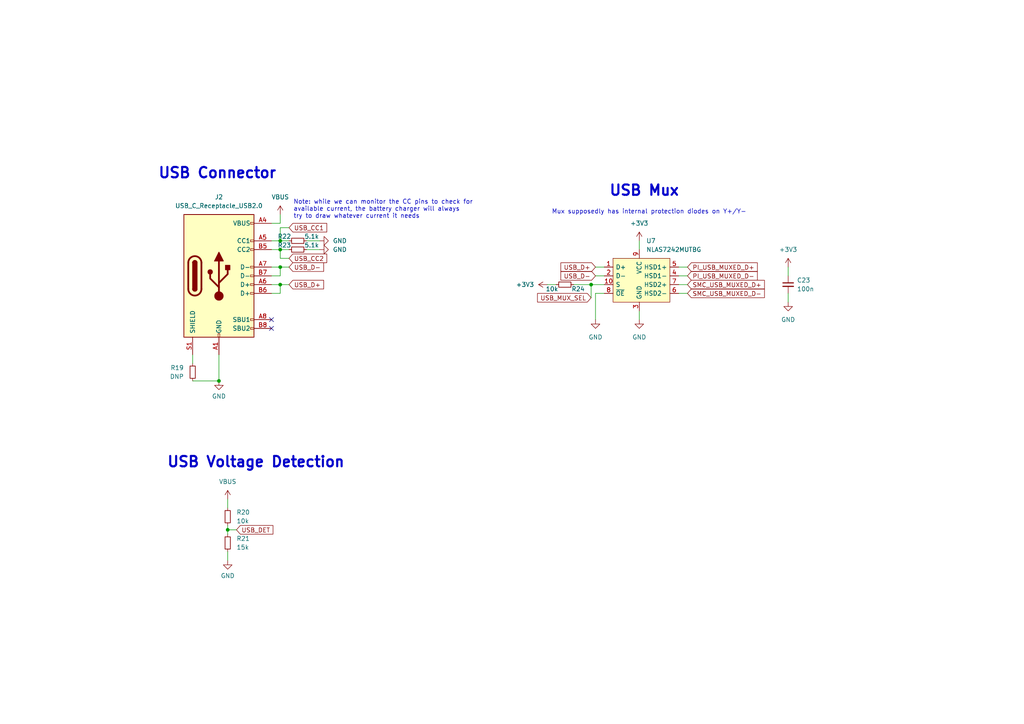
<source format=kicad_sch>
(kicad_sch (version 20211123) (generator eeschema)
  (paper "A4")
  (lib_symbols
    (symbol "Connector:USB_C_Receptacle_USB2.0" (pin_names (offset 1.016))
      (property "Reference" "J7" (at 0 22.86 0))
      (property "Value" "USB_C_Receptacle_USB2.0" (at 0 20.32 0))
      (symbol "USB_C_Receptacle_USB2.0_0_0"
        (rectangle (start -0.254 -17.78) (end 0.254 -16.764))
        (rectangle (start 10.16 -14.986) (end 9.144 -15.494))
        (rectangle (start 10.16 -12.446) (end 9.144 -12.954))
        (rectangle (start 10.16 -4.826) (end 9.144 -5.334))
        (rectangle (start 10.16 -2.286) (end 9.144 -2.794))
        (rectangle (start 10.16 0.254) (end 9.144 -0.254))
        (rectangle (start 10.16 2.794) (end 9.144 2.286))
        (rectangle (start 10.16 7.874) (end 9.144 7.366))
        (rectangle (start 10.16 10.414) (end 9.144 9.906))
        (rectangle (start 10.16 15.494) (end 9.144 14.986))
      )
      (symbol "USB_C_Receptacle_USB2.0_0_1"
        (rectangle (start -10.16 17.78) (end 10.16 -17.78) (stroke (width 0.254)) (fill (type background)))
        (arc (start -8.89 -3.81) (mid -6.985 -5.715) (end -5.08 -3.81) (stroke (width 0.508)))
        (arc (start -7.62 -3.81) (mid -6.985 -4.445) (end -6.35 -3.81) (stroke (width 0.254)))
        (arc (start -7.62 -3.81) (mid -6.985 -4.445) (end -6.35 -3.81) (stroke (width 0.254)) (fill (type outline)))
        (rectangle (start -7.62 -3.81) (end -6.35 3.81) (stroke (width 0.254)) (fill (type outline)))
        (arc (start -6.35 3.81) (mid -6.985 4.445) (end -7.62 3.81) (stroke (width 0.254)))
        (arc (start -6.35 3.81) (mid -6.985 4.445) (end -7.62 3.81) (stroke (width 0.254)) (fill (type outline)))
        (arc (start -5.08 3.81) (mid -6.985 5.715) (end -8.89 3.81) (stroke (width 0.508)))
        (circle (center -2.54 1.143) (radius 0.635) (stroke (width 0.254)) (fill (type outline)))
        (circle (center 0 -5.842) (radius 1.27) (fill (type outline)))
        (polyline (pts (xy -8.89 -3.81) (xy -8.89 3.81)) (stroke (width 0.508)))
        (polyline (pts (xy -5.08 3.81) (xy -5.08 -3.81)) (stroke (width 0.508)))
        (polyline (pts (xy 0 -5.842) (xy 0 4.318)) (stroke (width 0.508)))
        (polyline (pts (xy 0 -3.302) (xy -2.54 -0.762) (xy -2.54 0.508)) (stroke (width 0.508)))
        (polyline (pts (xy 0 -2.032) (xy 2.54 0.508) (xy 2.54 1.778)) (stroke (width 0.508)))
        (polyline (pts (xy -1.27 4.318) (xy 0 6.858) (xy 1.27 4.318) (xy -1.27 4.318)) (stroke (width 0.254)) (fill (type outline)))
        (rectangle (start 1.905 1.778) (end 3.175 3.048) (stroke (width 0.254)) (fill (type outline)))
      )
      (symbol "USB_C_Receptacle_USB2.0_1_1"
        (pin passive line (at 0 -22.86 90) (length 5.08) (name "GND") (number "A1"))
        (pin passive line (at 0 -22.86 90) (length 5.08) hide (name "GND") (number "A12"))
        (pin passive line (at 15.24 15.24 180) (length 5.08) (name "VBUS") (number "A4"))
        (pin bidirectional line (at 15.24 10.16 180) (length 5.08) (name "CC1") (number "A5"))
        (pin bidirectional line (at 15.24 -2.54 180) (length 5.08) (name "D+") (number "A6"))
        (pin bidirectional line (at 15.24 2.54 180) (length 5.08) (name "D-") (number "A7"))
        (pin bidirectional line (at 15.24 -12.7 180) (length 5.08) (name "SBU1") (number "A8"))
        (pin power_out line (at 15.24 15.24 180) (length 5.08) hide (name "VBUS") (number "A9"))
        (pin passive line (at 0 -22.86 90) (length 5.08) hide (name "GND") (number "B1"))
        (pin passive line (at 0 -22.86 90) (length 5.08) hide (name "GND") (number "B12"))
        (pin passive line (at 15.24 15.24 180) (length 5.08) hide (name "VBUS") (number "B4"))
        (pin bidirectional line (at 15.24 7.62 180) (length 5.08) (name "CC2") (number "B5"))
        (pin bidirectional line (at 15.24 -5.08 180) (length 5.08) (name "D+") (number "B6"))
        (pin bidirectional line (at 15.24 0 180) (length 5.08) (name "D-") (number "B7"))
        (pin bidirectional line (at 15.24 -15.24 180) (length 5.08) (name "SBU2") (number "B8"))
        (pin passive line (at 15.24 15.24 180) (length 5.08) hide (name "VBUS") (number "B9"))
        (pin passive line (at -7.62 -22.86 90) (length 5.08) (name "SHIELD") (number "S1"))
      )
    )
    (symbol "Device:C_Small" (pin_numbers hide) (pin_names (offset 0.254) hide)
      (property "Reference" "C" (at 0.254 1.778 0))
      (property "Value" "C_Small" (at 0.254 -2.032 0))
      (symbol "C_Small_0_1"
        (polyline (pts (xy -1.524 -0.508) (xy 1.524 -0.508)) (stroke (width 0.3302)))
        (polyline (pts (xy -1.524 0.508) (xy 1.524 0.508)) (stroke (width 0.3048)))
      )
      (symbol "C_Small_1_1"
        (pin passive line (at 0 2.54 270) (length 2.032) (name "~") (number "1"))
        (pin passive line (at 0 -2.54 90) (length 2.032) (name "~") (number "2"))
      )
    )
    (symbol "Device:R_Small" (pin_numbers hide) (pin_names (offset 0.254) hide)
      (property "Reference" "R" (at 0.762 0.508 0))
      (property "Value" "R_Small" (at 0.762 -1.016 0))
      (symbol "R_Small_0_1"
        (rectangle (start -0.762 1.778) (end 0.762 -1.778) (stroke (width 0.2032)))
      )
      (symbol "R_Small_1_1"
        (pin passive line (at 0 2.54 270) (length 0.762) (name "~") (number "1"))
        (pin passive line (at 0 -2.54 90) (length 0.762) (name "~") (number "2"))
      )
    )
    (symbol "gigahawk:NLAS7242MUTBG" (pin_names (offset 0.762))
      (property "Reference" "U" (at 5.08 1.27 0))
      (property "Value" "NLAS7242MUTBG" (at 1.27 -13.97 0))
      (symbol "NLAS7242MUTBG_0_0"
        (pin bidirectional line (at -10.16 -2.54 0) (length 2.54) (name "D+") (number "1"))
        (pin input line (at -10.16 -7.62 0) (length 2.54) (name "S") (number "10"))
        (pin bidirectional line (at -10.16 -5.08 0) (length 2.54) (name "D-") (number "2"))
        (pin power_in line (at 0 -15.24 90) (length 2.54) (name "GND") (number "3"))
        (pin bidirectional line (at 11.43 -5.08 180) (length 2.54) (name "HSD1-") (number "4"))
        (pin bidirectional line (at 11.43 -2.54 180) (length 2.54) (name "HSD1+") (number "5"))
        (pin bidirectional line (at 11.43 -10.16 180) (length 2.54) (name "HSD2-") (number "6"))
        (pin bidirectional line (at 11.43 -7.62 180) (length 2.54) (name "HSD2+") (number "7"))
        (pin input line (at -10.16 -10.16 0) (length 2.54) (name "~{OE}") (number "8"))
        (pin power_in line (at 0 2.54 270) (length 2.54) (name "VCC") (number "9"))
      )
      (symbol "NLAS7242MUTBG_0_1"
        (rectangle (start -7.62 0) (end 8.89 -12.7) (fill (type background)))
      )
    )
    (symbol "power:+3.3V" (power) (pin_names (offset 0))
      (property "Value" "+3.3V" (at 0 3.556 0))
      (symbol "+3.3V_0_1"
        (polyline (pts (xy -0.762 1.27) (xy 0 2.54)))
        (polyline (pts (xy 0 0) (xy 0 2.54)))
        (polyline (pts (xy 0 2.54) (xy 0.762 1.27)))
      )
      (symbol "+3.3V_1_1"
        (pin power_in line (at 0 0 90) (length 0) hide (name "+3V3") (number "1"))
      )
    )
    (symbol "power:GND" (power) (pin_names (offset 0))
      (property "Value" "GND" (at 0 -3.81 0))
      (symbol "GND_0_1"
        (polyline (pts (xy 0 0) (xy 0 -1.27) (xy 1.27 -1.27) (xy 0 -2.54) (xy -1.27 -1.27) (xy 0 -1.27)))
      )
      (symbol "GND_1_1"
        (pin power_in line (at 0 0 270) (length 0) hide (name "GND") (number "1"))
      )
    )
    (symbol "power:VBUS" (power) (pin_names (offset 0))
      (property "Value" "VBUS" (at 0 3.81 0))
      (symbol "VBUS_0_1"
        (polyline (pts (xy -0.762 1.27) (xy 0 2.54)))
        (polyline (pts (xy 0 0) (xy 0 2.54)))
        (polyline (pts (xy 0 2.54) (xy 0.762 1.27)))
      )
      (symbol "VBUS_1_1"
        (pin power_in line (at 0 0 90) (length 0) hide (name "VBUS") (number "1"))
      )
    )
  )
  (junction (at 81.28 82.55))
  (junction (at 171.45 82.55))
  (junction (at 81.28 69.85))
  (junction (at 81.28 77.47))
  (junction (at 81.28 72.39))
  (junction (at 66.04 153.67))
  (junction (at 63.5 110.49))
  (no_connect (at 78.74 95.25))
  (no_connect (at 78.74 92.71))
  (wire (pts (xy 171.45 82.55) (xy 171.45 86.36)))
  (wire (pts (xy 81.28 82.55) (xy 78.74 82.55)))
  (wire (pts (xy 88.9 69.85) (xy 92.71 69.85)))
  (wire (pts (xy 199.39 80.01) (xy 196.85 80.01)))
  (wire (pts (xy 81.28 66.04) (xy 81.28 69.85)))
  (wire (pts (xy 81.28 80.01) (xy 81.28 77.47)))
  (wire (pts (xy 66.04 160.02) (xy 66.04 162.56)))
  (wire (pts (xy 172.72 77.47) (xy 175.26 77.47)))
  (wire (pts (xy 172.72 85.09) (xy 172.72 92.71)))
  (wire (pts (xy 66.04 153.67) (xy 68.58 153.67)))
  (wire (pts (xy 63.5 102.87) (xy 63.5 110.49)))
  (wire (pts (xy 172.72 80.01) (xy 175.26 80.01)))
  (wire (pts (xy 78.74 69.85) (xy 81.28 69.85)))
  (wire (pts (xy 185.42 69.85) (xy 185.42 72.39)))
  (wire (pts (xy 66.04 144.78) (xy 66.04 147.32)))
  (wire (pts (xy 81.28 82.55) (xy 83.82 82.55)))
  (wire (pts (xy 81.28 72.39) (xy 81.28 74.93)))
  (wire (pts (xy 81.28 72.39) (xy 83.82 72.39)))
  (wire (pts (xy 78.74 72.39) (xy 81.28 72.39)))
  (wire (pts (xy 166.37 82.55) (xy 171.45 82.55)))
  (wire (pts (xy 55.88 110.49) (xy 63.5 110.49)))
  (wire (pts (xy 171.45 82.55) (xy 175.26 82.55)))
  (wire (pts (xy 228.6 85.09) (xy 228.6 87.63)))
  (wire (pts (xy 55.88 102.87) (xy 55.88 105.41)))
  (wire (pts (xy 81.28 74.93) (xy 83.82 74.93)))
  (wire (pts (xy 196.85 85.09) (xy 199.39 85.09)))
  (wire (pts (xy 81.28 69.85) (xy 83.82 69.85)))
  (wire (pts (xy 81.28 64.77) (xy 78.74 64.77)))
  (wire (pts (xy 196.85 82.55) (xy 199.39 82.55)))
  (wire (pts (xy 199.39 77.47) (xy 196.85 77.47)))
  (wire (pts (xy 83.82 66.04) (xy 81.28 66.04)))
  (wire (pts (xy 78.74 80.01) (xy 81.28 80.01)))
  (wire (pts (xy 158.75 82.55) (xy 161.29 82.55)))
  (wire (pts (xy 66.04 152.4) (xy 66.04 153.67)))
  (wire (pts (xy 81.28 85.09) (xy 81.28 82.55)))
  (wire (pts (xy 81.28 62.23) (xy 81.28 64.77)))
  (wire (pts (xy 175.26 85.09) (xy 172.72 85.09)))
  (wire (pts (xy 185.42 90.17) (xy 185.42 92.71)))
  (wire (pts (xy 78.74 85.09) (xy 81.28 85.09)))
  (wire (pts (xy 228.6 77.47) (xy 228.6 80.01)))
  (wire (pts (xy 81.28 77.47) (xy 83.82 77.47)))
  (wire (pts (xy 88.9 72.39) (xy 92.71 72.39)))
  (wire (pts (xy 81.28 77.47) (xy 78.74 77.47)))
  (wire (pts (xy 66.04 153.67) (xy 66.04 154.94)))
  (text "USB Mux" (at 176.53 57.15 0) (effects (font (size 3 3) (thickness 0.6) bold) (justify left bottom)))
  (text "USB Voltage Detection" (at 48.26 135.89 0) (effects (font (size 3 3) (thickness 0.6) bold) (justify left bottom)))
  (text "Note: while we can monitor the CC pins to check for \navailable current, the battery charger will always \ntry to draw whatever current it needs" (at 85.09 63.5 0) (effects (font (size 1.27 1.27)) (justify left bottom)))
  (text "USB Connector" (at 45.72 52.07 0) (effects (font (size 3 3) (thickness 0.6) bold) (justify left bottom)))
  (text "Mux supposedly has internal protection diodes on Y+/Y-" (at 160.02 62.23 0) (effects (font (size 1.27 1.27)) (justify left bottom)))
  (global_label "SMC_USB_MUXED_D+" (shape input) (at 199.39 82.55 0) (property "Intersheet References" "${INTERSHEET_REFS}" (effects hide)))
  (global_label "PI_USB_MUXED_D+" (shape input) (at 199.39 77.47 0) (property "Intersheet References" "${INTERSHEET_REFS}" (effects hide)))
  (global_label "USB_MUX_SEL" (shape input) (at 171.45 86.36 180) (property "Intersheet References" "${INTERSHEET_REFS}" (effects hide)))
  (global_label "USB_D+" (shape input) (at 83.82 82.55 0) (property "Intersheet References" "${INTERSHEET_REFS}" (effects hide)))
  (global_label "USB_D+" (shape input) (at 172.72 77.47 180) (property "Intersheet References" "${INTERSHEET_REFS}" (effects hide)))
  (global_label "SMC_USB_MUXED_D-" (shape input) (at 199.39 85.09 0) (property "Intersheet References" "${INTERSHEET_REFS}" (effects hide)))
  (global_label "USB_CC1" (shape input) (at 83.82 66.04 0) (property "Intersheet References" "${INTERSHEET_REFS}" (effects hide)))
  (global_label "PI_USB_MUXED_D-" (shape input) (at 199.39 80.01 0) (property "Intersheet References" "${INTERSHEET_REFS}" (effects hide)))
  (global_label "USB_DET" (shape input) (at 68.58 153.67 0) (property "Intersheet References" "${INTERSHEET_REFS}" (effects hide)))
  (global_label "USB_D-" (shape input) (at 172.72 80.01 180) (property "Intersheet References" "${INTERSHEET_REFS}" (effects hide)))
  (global_label "USB_D-" (shape input) (at 83.82 77.47 0) (property "Intersheet References" "${INTERSHEET_REFS}" (effects hide)))
  (global_label "USB_CC2" (shape input) (at 83.82 74.93 0) (property "Intersheet References" "${INTERSHEET_REFS}" (effects hide)))
  (symbol (lib_id "power:+3.3V") (at 228.6 77.47 0) (unit 1)
    (property "Reference" "#PWR062" (effects hide))
    (property "Value" "+3.3V" (at 228.6 72.39 0))
  )
  (symbol (lib_id "power:GND") (at 66.04 162.56 0) (unit 1)
    (property "Reference" "#PWR054" (effects hide))
    (property "Value" "GND" (at 66.04 167.005 0))
  )
  (symbol (lib_id "Device:R_Small") (at 66.04 157.48 0) (unit 1)
    (property "Reference" "R21" (at 68.58 156.2099 0) (effects (justify left)))
    (property "Value" "15k" (at 68.58 158.7499 0) (effects (justify left)))
    (property "Footprint" "Resistor_SMD:R_0402_1005Metric" (effects hide))
  )
  (symbol (lib_id "Device:R_Small") (at 163.83 82.55 270) (unit 1)
    (property "Reference" "R24" (at 165.735 83.82 90) (effects (justify left)))
    (property "Value" "10k" (at 161.925 83.82 90) (effects (justify right)))
    (property "Footprint" "Resistor_SMD:R_0402_1005Metric" (effects hide))
  )
  (symbol (lib_id "Device:R_Small") (at 66.04 149.86 0) (unit 1)
    (property "Reference" "R20" (at 68.58 148.5899 0) (effects (justify left)))
    (property "Value" "10k" (at 68.58 151.1299 0) (effects (justify left)))
    (property "Footprint" "Resistor_SMD:R_0402_1005Metric" (effects hide))
  )
  (symbol (lib_id "power:VBUS") (at 66.04 144.78 0) (unit 1)
    (property "Reference" "#PWR053" (effects hide))
    (property "Value" "VBUS" (at 66.04 139.7 0))
  )
  (symbol (lib_id "Device:R_Small") (at 86.36 69.85 90) (unit 1)
    (property "Reference" "R22" (at 84.455 68.58 90) (effects (justify left)))
    (property "Value" "5.1k" (at 88.265 68.58 90) (effects (justify right)))
    (property "Footprint" "Resistor_SMD:R_0402_1005Metric" (effects hide))
  )
  (symbol (lib_id "gigahawk:NLAS7242MUTBG") (at 185.42 74.93 0) (unit 1)
    (property "Reference" "U7" (at 187.4394 69.85 0) (effects (justify left)))
    (property "Value" "NLAS7242MUTBG" (at 187.4394 72.39 0) (effects (justify left)))
    (property "Footprint" "Package_DFN_QFN:UQFN-10_1.4x1.8mm_P0.4mm" (effects hide))
    (property "Datasheet" "https://www.onsemi.com/pdf/datasheet/nlas7242-d.pdf" (effects hide))
    (property "Description" "USB Switch IC 1 Channel 10-UQFN (1.4x1.8)" (effects hide))
    (property "Manufacturer" "onsemi" (effects hide))
    (property "Manufacturer Part" "NLAS7242MUTBG" (effects hide))
    (property "Mouser Part" "863-NLAS7242MUTBG" (effects hide))
    (property "Mouser Price/Stock" "https://www.mouser.ca/ProductDetail/onsemi/NLAS7242MUTBG?qs=atIEnC%2F2K4XnxzBJM3JMMA%3D%3D" (effects hide))
    (property "Digikey Part" "NLAS7242MUTBGOSTR-ND" (effects hide))
    (property "Digikey Price/Stock" "https://www.digikey.ca/en/products/detail/onsemi/NLAS7242MUTBG/1973719" (effects hide))
    (property "LCSC Part" "C232414" (effects hide))
    (property "JLC Part" "Extended Part" (effects hide))
  )
  (symbol (lib_id "Device:C_Small") (at 228.6 82.55 0) (unit 1)
    (property "Reference" "C23" (at 231.14 81.2862 0) (effects (justify left)))
    (property "Value" "100n" (at 231.14 83.8262 0) (effects (justify left)))
    (property "Footprint" "Capacitor_SMD:C_0402_1005Metric" (effects hide))
  )
  (symbol (lib_id "power:VBUS") (at 81.28 62.23 0) (unit 1)
    (property "Reference" "#PWR055" (effects hide))
    (property "Value" "VBUS" (at 81.28 57.15 0))
  )
  (symbol (lib_id "power:GND") (at 92.71 69.85 90) (unit 1)
    (property "Reference" "#PWR056" (effects hide))
    (property "Value" "GND" (at 96.52 69.8499 90) (effects (justify right)))
  )
  (symbol (lib_id "power:GND") (at 92.71 72.39 90) (unit 1)
    (property "Reference" "#PWR057" (effects hide))
    (property "Value" "GND" (at 96.52 72.3899 90) (effects (justify right)))
  )
  (symbol (lib_id "power:GND") (at 228.6 87.63 0) (unit 1)
    (property "Reference" "#PWR063" (effects hide))
    (property "Value" "GND" (at 228.6 92.71 0))
  )
  (symbol (lib_id "power:GND") (at 172.72 92.71 0) (unit 1)
    (property "Reference" "#PWR059" (effects hide))
    (property "Value" "GND" (at 172.72 97.79 0))
  )
  (symbol (lib_id "Device:R_Small") (at 86.36 72.39 90) (unit 1)
    (property "Reference" "R23" (at 84.455 71.12 90) (effects (justify left)))
    (property "Value" "5.1k" (at 88.265 71.12 90) (effects (justify right)))
    (property "Footprint" "Resistor_SMD:R_0402_1005Metric" (effects hide))
  )
  (symbol (lib_id "power:GND") (at 185.42 92.71 0) (unit 1)
    (property "Reference" "#PWR061" (effects hide))
    (property "Value" "GND" (at 185.42 97.79 0))
  )
  (symbol (lib_id "power:+3.3V") (at 158.75 82.55 90) (unit 1)
    (property "Reference" "#PWR0135" (effects hide))
    (property "Value" "+3.3V" (at 154.94 82.5499 90) (effects (justify left)))
  )
  (symbol (lib_id "power:GND") (at 63.5 110.49 0) (unit 1)
    (property "Reference" "#PWR052" (effects hide))
    (property "Value" "GND" (at 63.5 114.935 0))
  )
  (symbol (lib_id "Connector:USB_C_Receptacle_USB2.0") (at 63.5 80.01 0) (unit 1)
    (property "Reference" "J2" (at 63.5 57.15 0))
    (property "Value" "USB_C_Receptacle_USB2.0" (at 63.5 59.69 0))
    (property "Footprint" "Gigahawk:USB_C_Receptacle_GCT_USB4085" (effects hide))
    (property "Datasheet" "https://www.usb.org/sites/default/files/documents/usb_type-c.zip" (effects hide))
    (property "Digikey Part" "2073-USB4085-GF-ATR-ND" (effects hide))
    (property "Digikey Price/Stock" "https://www.digikey.com/en/products/detail/gct/USB4085-GF-A/9859662" (effects hide))
    (property "Manufacturer" "GCT" (effects hide))
    (property "Manufacturer Part" "USB4085-GF-A" (effects hide))
    (property "Description" "USB-C (USB TYPE-C) USB 2.0 Receptacle Connector 24 (16+8 Dummy) Position Through Hole, Right Angle" (effects hide))
    (property "Mouser Part" "640-USB4085-GF-A" (effects hide))
    (property "Mouser Price/Stock" "https://www.mouser.ca/ProductDetail/GCT/USB4085-GF-A?qs=KUoIvG%2F9Ilba1bQOahfWjw%3D%3D" (effects hide))
  )
  (symbol (lib_id "power:+3.3V") (at 185.42 69.85 0) (unit 1)
    (property "Reference" "#PWR060" (effects hide))
    (property "Value" "+3.3V" (at 185.42 64.77 0))
  )
  (symbol (lib_id "Device:R_Small") (at 55.88 107.95 0) (mirror x) (unit 1)
    (property "Reference" "R19" (at 53.34 106.6799 0) (effects (justify right)))
    (property "Value" "DNP" (at 53.34 109.2199 0) (effects (justify right)))
    (property "Footprint" "Resistor_SMD:R_0402_1005Metric" (effects hide))
  )
)
</source>
